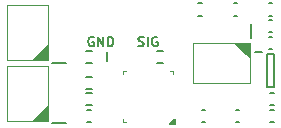
<source format=gbr>
%TF.GenerationSoftware,KiCad,Pcbnew,6.0.2+dfsg-1*%
%TF.CreationDate,2023-02-09T12:57:17+13:00*%
%TF.ProjectId,BRAWN-100_LOGIC,42524157-4e2d-4313-9030-5f4c4f474943,v1.0*%
%TF.SameCoordinates,Original*%
%TF.FileFunction,Legend,Top*%
%TF.FilePolarity,Positive*%
%FSLAX46Y46*%
G04 Gerber Fmt 4.6, Leading zero omitted, Abs format (unit mm)*
G04 Created by KiCad (PCBNEW 6.0.2+dfsg-1) date 2023-02-09 12:57:17*
%MOMM*%
%LPD*%
G01*
G04 APERTURE LIST*
%ADD10C,0.150000*%
%ADD11C,0.120000*%
G04 APERTURE END LIST*
D10*
X196390476Y-147850000D02*
X196314285Y-147811904D01*
X196200000Y-147811904D01*
X196085714Y-147850000D01*
X196009523Y-147926190D01*
X195971428Y-148002380D01*
X195933333Y-148154761D01*
X195933333Y-148269047D01*
X195971428Y-148421428D01*
X196009523Y-148497619D01*
X196085714Y-148573809D01*
X196200000Y-148611904D01*
X196276190Y-148611904D01*
X196390476Y-148573809D01*
X196428571Y-148535714D01*
X196428571Y-148269047D01*
X196276190Y-148269047D01*
X196771428Y-148611904D02*
X196771428Y-147811904D01*
X197228571Y-148611904D01*
X197228571Y-147811904D01*
X197609523Y-148611904D02*
X197609523Y-147811904D01*
X197800000Y-147811904D01*
X197914285Y-147850000D01*
X197990476Y-147926190D01*
X198028571Y-148002380D01*
X198066666Y-148154761D01*
X198066666Y-148269047D01*
X198028571Y-148421428D01*
X197990476Y-148497619D01*
X197914285Y-148573809D01*
X197800000Y-148611904D01*
X197609523Y-148611904D01*
X200180952Y-148573809D02*
X200295238Y-148611904D01*
X200485714Y-148611904D01*
X200561904Y-148573809D01*
X200600000Y-148535714D01*
X200638095Y-148459523D01*
X200638095Y-148383333D01*
X200600000Y-148307142D01*
X200561904Y-148269047D01*
X200485714Y-148230952D01*
X200333333Y-148192857D01*
X200257142Y-148154761D01*
X200219047Y-148116666D01*
X200180952Y-148040476D01*
X200180952Y-147964285D01*
X200219047Y-147888095D01*
X200257142Y-147850000D01*
X200333333Y-147811904D01*
X200523809Y-147811904D01*
X200638095Y-147850000D01*
X200980952Y-148611904D02*
X200980952Y-147811904D01*
X201780952Y-147850000D02*
X201704761Y-147811904D01*
X201590476Y-147811904D01*
X201476190Y-147850000D01*
X201400000Y-147926190D01*
X201361904Y-148002380D01*
X201323809Y-148154761D01*
X201323809Y-148269047D01*
X201361904Y-148421428D01*
X201400000Y-148497619D01*
X201476190Y-148573809D01*
X201590476Y-148611904D01*
X201666666Y-148611904D01*
X201780952Y-148573809D01*
X201819047Y-148535714D01*
X201819047Y-148269047D01*
X201666666Y-148269047D01*
%TO.C,U1*%
X211050000Y-152100000D02*
X211650000Y-152100000D01*
X211650000Y-152100000D02*
X211650000Y-149300000D01*
X211650000Y-149300000D02*
X211050000Y-149300000D01*
X211050000Y-149300000D02*
X211050000Y-152100000D01*
X210050000Y-149100000D02*
X210650000Y-149100000D01*
%TO.C,DS1*%
X197515000Y-149100000D02*
X197515000Y-149900000D01*
D11*
%TO.C,U4*%
X192500000Y-148500000D02*
X192500000Y-149800000D01*
X192500000Y-149800000D02*
X191200000Y-149800000D01*
X191200000Y-149800000D02*
X192500000Y-148500000D01*
G36*
X192500000Y-149800000D02*
G01*
X191200000Y-149800000D01*
X192500000Y-148500000D01*
X192500000Y-149800000D01*
G37*
X192500000Y-149800000D02*
X191200000Y-149800000D01*
X192500000Y-148500000D01*
X192500000Y-149800000D01*
D10*
X192900000Y-150060000D02*
X194100000Y-150060000D01*
D11*
X192500000Y-145100000D02*
X189100000Y-145100000D01*
X189100000Y-145100000D02*
X189100000Y-149800000D01*
X189100000Y-149800000D02*
X192500000Y-149800000D01*
X192500000Y-149800000D02*
X192500000Y-145100000D01*
D10*
%TO.C,U3*%
X192900000Y-155110000D02*
X194100000Y-155110000D01*
D11*
X192500000Y-150250000D02*
X189100000Y-150250000D01*
X189100000Y-150250000D02*
X189100000Y-154950000D01*
X189100000Y-154950000D02*
X192500000Y-154950000D01*
X192500000Y-154950000D02*
X192500000Y-150250000D01*
X192500000Y-153650000D02*
X192500000Y-154950000D01*
X192500000Y-154950000D02*
X191200000Y-154950000D01*
X191200000Y-154950000D02*
X192500000Y-153650000D01*
G36*
X192500000Y-154950000D02*
G01*
X191200000Y-154950000D01*
X192500000Y-153650000D01*
X192500000Y-154950000D01*
G37*
X192500000Y-154950000D02*
X191200000Y-154950000D01*
X192500000Y-153650000D01*
X192500000Y-154950000D01*
D10*
%TO.C,C5*%
X211540580Y-146390000D02*
X211259420Y-146390000D01*
X211540580Y-147410000D02*
X211259420Y-147410000D01*
%TO.C,C1*%
X211540580Y-148810000D02*
X211259420Y-148810000D01*
X211540580Y-147790000D02*
X211259420Y-147790000D01*
%TO.C,C7*%
X211359420Y-152590000D02*
X211640580Y-152590000D01*
X211359420Y-153610000D02*
X211640580Y-153610000D01*
%TO.C,C13*%
X195859420Y-153990000D02*
X196140580Y-153990000D01*
X195859420Y-155010000D02*
X196140580Y-155010000D01*
%TO.C,C11*%
X208459420Y-153990000D02*
X208740580Y-153990000D01*
X208459420Y-155010000D02*
X208740580Y-155010000D01*
%TO.C,R4*%
X196237258Y-152577500D02*
X195762742Y-152577500D01*
X196237258Y-153622500D02*
X195762742Y-153622500D01*
D11*
%TO.C,U2*%
X203150000Y-150750000D02*
X203150000Y-151000000D01*
X199100000Y-155050000D02*
X198850000Y-155050000D01*
X202900000Y-150750000D02*
X203150000Y-150750000D01*
X199100000Y-150750000D02*
X198850000Y-150750000D01*
X198850000Y-150750000D02*
X198850000Y-151000000D01*
X198850000Y-155050000D02*
X198850000Y-154800000D01*
D10*
X203300000Y-154800000D02*
X203300000Y-155200000D01*
X203300000Y-155200000D02*
X202900000Y-155200000D01*
X202900000Y-155200000D02*
X203300000Y-154800000D01*
G36*
X203300000Y-155200000D02*
G01*
X202900000Y-155200000D01*
X203300000Y-154800000D01*
X203300000Y-155200000D01*
G37*
X203300000Y-155200000D02*
X202900000Y-155200000D01*
X203300000Y-154800000D01*
X203300000Y-155200000D01*
%TO.C,C6*%
X211359420Y-155010000D02*
X211640580Y-155010000D01*
X211359420Y-153990000D02*
X211640580Y-153990000D01*
%TO.C,U5*%
X209760000Y-147900000D02*
X209760000Y-146700000D01*
D11*
X204800000Y-148300000D02*
X209600000Y-148300000D01*
X209600000Y-148300000D02*
X209600000Y-151700000D01*
X209600000Y-151700000D02*
X204800000Y-151700000D01*
X204800000Y-151700000D02*
X204800000Y-148300000D01*
X208300000Y-148300000D02*
X209600000Y-148300000D01*
X209600000Y-148300000D02*
X209600000Y-149600000D01*
X209600000Y-149600000D02*
X208300000Y-148300000D01*
G36*
X209600000Y-149600000D02*
G01*
X208300000Y-148300000D01*
X209600000Y-148300000D01*
X209600000Y-149600000D01*
G37*
X209600000Y-149600000D02*
X208300000Y-148300000D01*
X209600000Y-148300000D01*
X209600000Y-149600000D01*
D10*
%TO.C,C10*%
X205259420Y-146010000D02*
X205540580Y-146010000D01*
X205259420Y-144990000D02*
X205540580Y-144990000D01*
%TO.C,R5*%
X195762742Y-152222500D02*
X196237258Y-152222500D01*
X195762742Y-151177500D02*
X196237258Y-151177500D01*
%TO.C,R6*%
X202237258Y-150022500D02*
X201762742Y-150022500D01*
X202237258Y-148977500D02*
X201762742Y-148977500D01*
%TO.C,C2*%
X211540580Y-144990000D02*
X211259420Y-144990000D01*
X211540580Y-146010000D02*
X211259420Y-146010000D01*
%TO.C,R1*%
X196237258Y-148977500D02*
X195762742Y-148977500D01*
X196237258Y-150022500D02*
X195762742Y-150022500D01*
%TO.C,C8*%
X208259420Y-146010000D02*
X208540580Y-146010000D01*
X208259420Y-144990000D02*
X208540580Y-144990000D01*
%TO.C,C9*%
X205840580Y-153990000D02*
X205559420Y-153990000D01*
X205840580Y-155010000D02*
X205559420Y-155010000D01*
%TD*%
M02*

</source>
